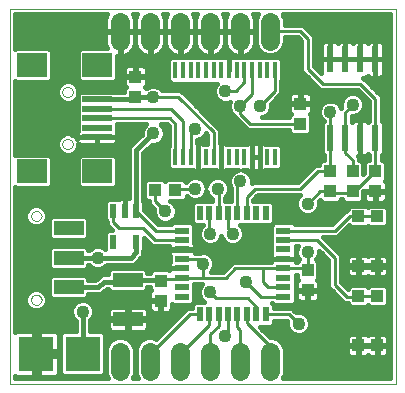
<source format=gtl>
G75*
G70*
%OFA0B0*%
%FSLAX24Y24*%
%IPPOS*%
%LPD*%
%AMOC8*
5,1,8,0,0,1.08239X$1,22.5*
%
%ADD10C,0.0000*%
%ADD11R,0.0137X0.0550*%
%ADD12R,0.0984X0.0197*%
%ADD13R,0.0984X0.0787*%
%ADD14R,0.0500X0.0220*%
%ADD15R,0.0220X0.0500*%
%ADD16R,0.0217X0.0472*%
%ADD17C,0.0640*%
%ADD18R,0.0394X0.0433*%
%ADD19R,0.0984X0.0472*%
%ADD20R,0.0433X0.0394*%
%ADD21R,0.0236X0.0866*%
%ADD22R,0.0394X0.0394*%
%ADD23R,0.1181X0.1181*%
%ADD24C,0.0100*%
%ADD25C,0.0436*%
%ADD26C,0.0160*%
%ADD27C,0.0440*%
D10*
X000723Y000752D02*
X000723Y013248D01*
X013593Y013248D01*
X013593Y000752D01*
X000723Y000752D01*
X001431Y003553D02*
X001465Y003657D01*
X001553Y003721D01*
X001663Y003721D01*
X001751Y003657D01*
X001785Y003553D01*
X001751Y003449D01*
X001663Y003385D01*
X001553Y003385D01*
X001465Y003449D01*
X001431Y003553D01*
X001431Y006348D02*
X001465Y006452D01*
X001553Y006516D01*
X001663Y006516D01*
X001751Y006452D01*
X001785Y006348D01*
X001751Y006244D01*
X001663Y006180D01*
X001553Y006180D01*
X001465Y006244D01*
X001431Y006348D01*
X002481Y008734D02*
X002515Y008838D01*
X002603Y008902D01*
X002713Y008902D01*
X002801Y008838D01*
X002835Y008734D01*
X002801Y008630D01*
X002713Y008566D01*
X002603Y008566D01*
X002515Y008630D01*
X002481Y008734D01*
X002481Y010466D02*
X002515Y010570D01*
X002603Y010634D01*
X002713Y010634D01*
X002801Y010570D01*
X002835Y010466D01*
X002801Y010362D01*
X002713Y010298D01*
X002603Y010298D01*
X002515Y010362D01*
X002481Y010466D01*
D11*
X006244Y011190D03*
X006500Y011190D03*
X006756Y011190D03*
X007012Y011190D03*
X007268Y011190D03*
X007524Y011190D03*
X007780Y011190D03*
X008036Y011190D03*
X008292Y011190D03*
X008548Y011190D03*
X008803Y011190D03*
X009059Y011190D03*
X009315Y011190D03*
X009571Y011190D03*
X009571Y008311D03*
X009315Y008311D03*
X009059Y008311D03*
X008803Y008311D03*
X008548Y008311D03*
X008292Y008311D03*
X008036Y008311D03*
X007780Y008311D03*
X007524Y008311D03*
X007268Y008311D03*
X007012Y008311D03*
X006756Y008311D03*
X006500Y008311D03*
X006244Y008311D03*
D12*
X003642Y008970D03*
X003642Y009285D03*
X003642Y009600D03*
X003642Y009915D03*
X003642Y010230D03*
D13*
X003642Y011372D03*
X001477Y011372D03*
X001477Y007829D03*
X003642Y007829D03*
D14*
X006468Y005853D03*
X006468Y005538D03*
X006468Y005223D03*
X006468Y004908D03*
X006468Y004593D03*
X006468Y004278D03*
X006468Y003963D03*
X006468Y003648D03*
X009848Y003648D03*
X009848Y003963D03*
X009848Y004278D03*
X009848Y004593D03*
X009848Y004908D03*
X009848Y005223D03*
X009848Y005538D03*
X009848Y005853D03*
D15*
X009260Y006440D03*
X008945Y006440D03*
X008630Y006440D03*
X008315Y006440D03*
X008000Y006440D03*
X007685Y006440D03*
X007370Y006440D03*
X007055Y006440D03*
X007055Y003060D03*
X007370Y003060D03*
X007685Y003060D03*
X008000Y003060D03*
X008315Y003060D03*
X008630Y003060D03*
X008945Y003060D03*
X009260Y003060D03*
D16*
X004932Y005488D03*
X004184Y005488D03*
X004184Y006512D03*
X004558Y006512D03*
X004932Y006512D03*
D17*
X005408Y001820D02*
X005408Y001180D01*
X006408Y001180D02*
X006408Y001820D01*
X007408Y001820D02*
X007408Y001180D01*
X008408Y001180D02*
X008408Y001820D01*
X009408Y001820D02*
X009408Y001180D01*
X004408Y001180D02*
X004408Y001820D01*
X004408Y012180D02*
X004408Y012820D01*
X005408Y012820D02*
X005408Y012180D01*
X006408Y012180D02*
X006408Y012820D01*
X007408Y012820D02*
X007408Y012180D01*
X008408Y012180D02*
X008408Y012820D01*
X009408Y012820D02*
X009408Y012180D01*
D18*
X010408Y010085D03*
X010408Y009416D03*
X011408Y007835D03*
X011408Y007166D03*
X012158Y007166D03*
X012158Y007835D03*
X012908Y007835D03*
X012908Y007166D03*
X010658Y004535D03*
X010658Y003866D03*
X005758Y004185D03*
X005758Y003516D03*
X004908Y010316D03*
X004908Y010985D03*
D19*
X002690Y005934D03*
X002690Y004950D03*
X002690Y003966D03*
X004658Y004200D03*
X004658Y002901D03*
D20*
X005573Y007200D03*
X006242Y007200D03*
D21*
X011408Y008939D03*
X011908Y008939D03*
X012408Y008939D03*
X012908Y008939D03*
X012908Y011561D03*
X012408Y011561D03*
X011908Y011561D03*
X011408Y011561D03*
D22*
X012343Y006327D03*
X012973Y006327D03*
X012973Y004673D03*
X012343Y004673D03*
X012343Y003677D03*
X012973Y003677D03*
X012973Y002023D03*
X012343Y002023D03*
D23*
X003158Y001750D03*
X001608Y001750D03*
D24*
X005408Y001750D02*
X005408Y001500D01*
X005408Y001750D02*
X006718Y003060D01*
X007055Y003060D01*
X007370Y003060D02*
X007370Y002713D01*
X006408Y001750D01*
X006408Y001500D01*
X007408Y001500D02*
X007408Y002400D01*
X007685Y002678D01*
X007685Y003060D01*
X008000Y003060D02*
X008000Y002458D01*
X007908Y002350D01*
X008315Y002643D02*
X008408Y002550D01*
X008408Y001500D01*
X009408Y001500D02*
X009408Y002000D01*
X008630Y002778D01*
X008630Y003060D01*
X008315Y003060D02*
X008315Y002643D01*
X008945Y003060D02*
X008945Y003313D01*
X008658Y003600D01*
X007608Y003600D01*
X007408Y003800D01*
X007158Y004278D02*
X007158Y004750D01*
X007000Y004908D01*
X006468Y004908D01*
X006468Y005538D02*
X006455Y005550D01*
X005558Y005550D01*
X005158Y005950D01*
X004358Y005950D01*
X004184Y006124D01*
X004184Y006512D01*
X004932Y006512D02*
X005591Y005853D01*
X006468Y005853D01*
X005908Y006500D02*
X005573Y006835D01*
X005573Y007200D01*
X006158Y007250D02*
X006908Y007250D01*
X006242Y007200D02*
X006208Y007200D01*
X006158Y007250D01*
X006244Y008311D02*
X006244Y009414D01*
X006058Y009600D01*
X003642Y009600D01*
X003642Y009915D02*
X006093Y009915D01*
X006500Y009508D01*
X006500Y008311D01*
X006756Y008311D02*
X006756Y009099D01*
X006908Y009250D01*
X007524Y009134D02*
X006342Y010316D01*
X005423Y010316D01*
X005392Y010316D02*
X005508Y010300D01*
X005496Y010293D01*
X005483Y010290D01*
X005469Y010289D01*
X005455Y010292D01*
X005443Y010297D01*
X005432Y010305D01*
X005423Y010315D01*
X004908Y010316D02*
X004908Y010300D01*
X004838Y010230D01*
X007524Y009134D02*
X007524Y008311D01*
X008408Y007500D02*
X008315Y007408D01*
X008315Y006440D01*
X008000Y006440D02*
X008000Y005908D01*
X008158Y005750D01*
X008630Y006440D02*
X008630Y006973D01*
X008908Y007250D01*
X010408Y007250D01*
X010992Y007835D01*
X011408Y007835D01*
X011408Y008939D01*
X011408Y009810D01*
X011908Y009800D02*
X012158Y010050D01*
X011908Y009800D02*
X011908Y008939D01*
X011908Y008450D01*
X012158Y008200D01*
X012158Y007835D01*
X012158Y007166D02*
X012158Y007100D01*
X011458Y007100D01*
X011408Y007150D01*
X011408Y007166D01*
X011073Y007166D01*
X010658Y006750D01*
X009848Y005853D02*
X011560Y005853D01*
X012058Y006350D01*
X012358Y006350D01*
X012343Y006335D01*
X012343Y006327D01*
X012881Y006327D01*
X012958Y006250D01*
X012973Y006265D01*
X012973Y006327D01*
X012158Y007100D02*
X012858Y007800D01*
X012908Y007800D01*
X012908Y007835D01*
X012908Y008939D01*
X012908Y010250D01*
X012408Y010750D01*
X011158Y010750D01*
X010658Y011250D01*
X010658Y012250D01*
X010408Y012500D01*
X009408Y012500D01*
X009571Y011190D02*
X009571Y010514D01*
X009058Y010000D01*
X008803Y010396D02*
X008408Y010000D01*
X008408Y009750D01*
X008742Y009416D01*
X010408Y009416D01*
X008803Y010396D02*
X008803Y011190D01*
X008548Y011190D02*
X008548Y010790D01*
X008258Y010500D01*
X007908Y010500D01*
X007658Y007250D02*
X007685Y007223D01*
X007685Y006440D01*
X007370Y006440D02*
X007370Y005788D01*
X007408Y005750D01*
X008250Y004593D02*
X007935Y004278D01*
X007158Y004278D01*
X006468Y004278D01*
X006440Y004250D01*
X005758Y004250D01*
X005758Y004185D01*
X008250Y004593D02*
X009158Y004593D01*
X009158Y004150D01*
X009345Y003963D01*
X009848Y003963D01*
X009848Y003648D02*
X009110Y003648D01*
X008608Y004150D01*
X009158Y004593D02*
X009848Y004593D01*
X010500Y004593D01*
X010658Y004550D01*
X010658Y005150D01*
X010970Y005538D02*
X011558Y004950D01*
X011558Y004050D01*
X011958Y003650D01*
X012358Y003650D01*
X012343Y003665D01*
X012343Y003677D01*
X012931Y003677D01*
X012958Y003650D01*
X012973Y003665D01*
X012973Y003677D01*
X010970Y005538D02*
X009848Y005538D01*
X010658Y004550D02*
X010658Y004535D01*
X010048Y003060D02*
X009260Y003060D01*
X010048Y003060D02*
X010358Y002750D01*
D25*
X010358Y002750D03*
X008608Y004150D03*
X007408Y003800D03*
X007158Y004750D03*
X007408Y005750D03*
X008158Y005750D03*
X007658Y007250D03*
X006908Y007250D03*
X005908Y006500D03*
X003658Y004950D03*
X003158Y003150D03*
X007908Y002350D03*
X010658Y005150D03*
X010658Y006750D03*
X008408Y007500D03*
X006908Y009250D03*
X007908Y010500D03*
X008408Y010000D03*
X005508Y010300D03*
X005508Y009100D03*
X011408Y009810D03*
X012158Y010050D03*
D26*
X012419Y010324D02*
X012537Y010324D01*
X012478Y010264D02*
X012372Y010371D01*
X012233Y010428D01*
X012083Y010428D01*
X011944Y010371D01*
X011837Y010264D01*
X011780Y010125D01*
X011780Y009975D01*
X011781Y009971D01*
X011760Y009949D01*
X011728Y010024D01*
X011622Y010131D01*
X011483Y010188D01*
X011333Y010188D01*
X011194Y010131D01*
X011087Y010024D01*
X011030Y009885D01*
X011030Y009735D01*
X011087Y009596D01*
X011187Y009496D01*
X011130Y009439D01*
X011130Y008440D01*
X011198Y008372D01*
X011198Y008211D01*
X011145Y008211D01*
X011051Y008118D01*
X011051Y008045D01*
X010905Y008045D01*
X010321Y007460D01*
X008821Y007460D01*
X008786Y007425D01*
X008786Y007575D01*
X008728Y007714D01*
X008622Y007821D01*
X008489Y007876D01*
X008640Y007876D01*
X008660Y007856D01*
X008803Y007856D01*
X008803Y008310D01*
X008804Y008310D01*
X008804Y007856D01*
X008946Y007856D01*
X009059Y007856D01*
X009059Y008310D01*
X009060Y008310D01*
X009060Y007856D01*
X009202Y007856D01*
X009222Y007876D01*
X009450Y007876D01*
X009706Y007876D01*
X009800Y007970D01*
X009800Y008652D01*
X009706Y008746D01*
X009450Y008746D01*
X009222Y008746D01*
X009202Y008766D01*
X009060Y008766D01*
X009060Y008311D01*
X009059Y008311D01*
X009059Y008311D01*
X009052Y008311D01*
X008804Y008311D01*
X008804Y008311D01*
X009052Y008311D01*
X009059Y008311D01*
X009059Y008766D01*
X008946Y008766D01*
X008804Y008766D01*
X008804Y008311D01*
X008803Y008311D01*
X008803Y008766D01*
X008660Y008766D01*
X008640Y008746D01*
X008426Y008746D01*
X008171Y008746D01*
X007943Y008746D01*
X007923Y008766D01*
X007780Y008766D01*
X007780Y008311D01*
X007780Y008311D01*
X007780Y008766D01*
X007734Y008766D01*
X007734Y009047D01*
X007734Y009221D01*
X006552Y010403D01*
X006429Y010526D01*
X005817Y010526D01*
X005722Y010621D01*
X005583Y010678D01*
X005433Y010678D01*
X005294Y010621D01*
X005265Y010592D01*
X005265Y010598D01*
X005227Y010636D01*
X005285Y010694D01*
X005285Y010966D01*
X004926Y010966D01*
X004926Y011003D01*
X005285Y011003D01*
X005285Y011276D01*
X005179Y011381D01*
X004926Y011381D01*
X004926Y011004D01*
X004889Y011004D01*
X004889Y011381D01*
X004636Y011381D01*
X004531Y011276D01*
X004531Y011003D01*
X004889Y011003D01*
X004889Y010966D01*
X004531Y010966D01*
X004531Y010694D01*
X004589Y010636D01*
X004551Y010598D01*
X004551Y010470D01*
X004219Y010470D01*
X004200Y010489D01*
X003084Y010489D01*
X003015Y010420D01*
X003015Y010537D01*
X002961Y010669D01*
X002860Y010769D01*
X002729Y010824D01*
X002587Y010824D01*
X002455Y010769D01*
X002355Y010669D01*
X002301Y010537D01*
X002301Y010395D01*
X002355Y010264D01*
X002455Y010164D01*
X002587Y010109D01*
X002729Y010109D01*
X002860Y010164D01*
X002961Y010264D01*
X002990Y010335D01*
X002990Y010065D01*
X002990Y009750D01*
X002990Y009450D01*
X002990Y009163D01*
X002970Y009143D01*
X002970Y008970D01*
X002970Y008914D01*
X002961Y008936D01*
X002860Y009037D01*
X002729Y009091D01*
X002587Y009091D01*
X002455Y009037D01*
X002355Y008936D01*
X002301Y008805D01*
X002301Y008663D01*
X002355Y008532D01*
X002455Y008431D01*
X002587Y008377D01*
X002729Y008377D01*
X002860Y008431D01*
X002961Y008532D01*
X003015Y008663D01*
X003015Y008752D01*
X003075Y008692D01*
X003642Y008692D01*
X004209Y008692D01*
X004314Y008797D01*
X004314Y008970D01*
X003642Y008970D01*
X003642Y008692D01*
X003642Y008970D01*
X003642Y008970D01*
X002970Y008970D01*
X003642Y008970D01*
X003642Y008970D01*
X003642Y008970D01*
X004314Y008970D01*
X004314Y009143D01*
X004294Y009163D01*
X004294Y009390D01*
X005263Y009390D01*
X005187Y009314D01*
X005130Y009175D01*
X005130Y009062D01*
X004728Y008660D01*
X004692Y008572D01*
X004692Y008476D01*
X004692Y006928D01*
X004558Y006928D01*
X004558Y006512D01*
X004558Y006512D01*
X004558Y006928D01*
X004375Y006928D01*
X004355Y006908D01*
X004009Y006908D01*
X003916Y006815D01*
X003916Y006210D01*
X003974Y006151D01*
X003974Y006037D01*
X004126Y005885D01*
X003343Y005885D01*
X003343Y006043D02*
X003974Y006043D01*
X004009Y005885D02*
X003916Y005791D01*
X003916Y005227D01*
X003872Y005271D01*
X003733Y005328D01*
X003583Y005328D01*
X003444Y005271D01*
X003363Y005190D01*
X003343Y005190D01*
X003343Y005253D01*
X003249Y005346D01*
X002132Y005346D01*
X002038Y005253D01*
X002038Y004648D01*
X002132Y004554D01*
X003249Y004554D01*
X003343Y004648D01*
X003343Y004710D01*
X003363Y004710D01*
X003444Y004630D01*
X003583Y004572D01*
X003733Y004572D01*
X003872Y004630D01*
X003953Y004710D01*
X004710Y004710D01*
X004806Y004710D01*
X004894Y004747D01*
X005135Y004988D01*
X005172Y005076D01*
X005172Y005158D01*
X005200Y005186D01*
X005200Y005611D01*
X005348Y005463D01*
X005471Y005340D01*
X006038Y005340D01*
X006038Y005223D01*
X006467Y005223D01*
X006467Y005222D01*
X006038Y005222D01*
X006038Y005038D01*
X006058Y005018D01*
X006058Y004797D01*
X006038Y004777D01*
X006038Y004593D01*
X006467Y004593D01*
X006467Y004593D01*
X006038Y004593D01*
X006038Y004544D01*
X006021Y004561D01*
X005495Y004561D01*
X005401Y004468D01*
X005401Y004440D01*
X005310Y004440D01*
X005310Y004502D01*
X005216Y004596D01*
X004099Y004596D01*
X004006Y004502D01*
X004006Y004390D01*
X003810Y004390D01*
X003722Y004354D01*
X003654Y004286D01*
X003574Y004206D01*
X003343Y004206D01*
X003343Y004268D01*
X003249Y004362D01*
X002132Y004362D01*
X002038Y004268D01*
X002038Y003663D01*
X002132Y003570D01*
X003249Y003570D01*
X003343Y003663D01*
X003343Y003726D01*
X003626Y003726D01*
X003721Y003726D01*
X003809Y003763D01*
X003957Y003910D01*
X004006Y003910D01*
X004006Y003897D01*
X004099Y003804D01*
X005216Y003804D01*
X005310Y003897D01*
X005310Y003960D01*
X005401Y003960D01*
X005401Y003902D01*
X005439Y003864D01*
X005381Y003807D01*
X005381Y003534D01*
X005739Y003534D01*
X005739Y003497D01*
X005381Y003497D01*
X005381Y003224D01*
X005486Y003119D01*
X005739Y003119D01*
X005739Y003497D01*
X005776Y003497D01*
X005776Y003119D01*
X006029Y003119D01*
X006135Y003224D01*
X006135Y003395D01*
X006151Y003378D01*
X006784Y003378D01*
X006878Y003472D01*
X006878Y003824D01*
X006878Y004068D01*
X007141Y004068D01*
X007087Y004014D01*
X007030Y003875D01*
X007030Y003725D01*
X007087Y003586D01*
X007194Y003480D01*
X007217Y003470D01*
X007194Y003470D01*
X006879Y003470D01*
X006785Y003376D01*
X006785Y003270D01*
X006631Y003270D01*
X005615Y002254D01*
X005503Y002300D01*
X005312Y002300D01*
X005136Y002227D01*
X005001Y002092D01*
X004928Y001916D01*
X004928Y001085D01*
X004991Y000932D01*
X004825Y000932D01*
X004888Y001085D01*
X004888Y001916D01*
X004815Y002092D01*
X004680Y002227D01*
X004503Y002300D01*
X004312Y002300D01*
X004136Y002227D01*
X004001Y002092D01*
X003928Y001916D01*
X003928Y001085D01*
X003991Y000932D01*
X000903Y000932D01*
X000903Y001020D01*
X000943Y000980D01*
X001528Y000980D01*
X001528Y001670D01*
X001688Y001670D01*
X001688Y001830D01*
X002378Y001830D01*
X002378Y002415D01*
X002273Y002521D01*
X001688Y002521D01*
X001688Y001830D01*
X001528Y001830D01*
X001528Y002521D01*
X000943Y002521D01*
X000903Y002481D01*
X000903Y007290D01*
X000918Y007275D01*
X002035Y007275D01*
X002129Y007369D01*
X002129Y008289D01*
X002035Y008382D01*
X000918Y008382D01*
X000903Y008367D01*
X000903Y010834D01*
X000918Y010818D01*
X002035Y010818D01*
X002129Y010912D01*
X002129Y011832D01*
X002035Y011926D01*
X000918Y011926D01*
X000903Y011910D01*
X000903Y013068D01*
X003969Y013068D01*
X003908Y012920D01*
X003908Y012520D01*
X004388Y012520D01*
X004388Y012480D01*
X004428Y012480D01*
X004428Y012520D01*
X004908Y012520D01*
X005388Y012520D01*
X005388Y012480D01*
X005428Y012480D01*
X005428Y012520D01*
X005908Y012520D01*
X006388Y012520D01*
X006388Y012480D01*
X006428Y012480D01*
X006428Y012520D01*
X006908Y012520D01*
X007388Y012520D01*
X007388Y012480D01*
X007428Y012480D01*
X007428Y012520D01*
X007908Y012520D01*
X008388Y012520D01*
X008388Y012480D01*
X008428Y012480D01*
X008428Y012520D01*
X008908Y012520D01*
X008908Y012920D01*
X008846Y013068D01*
X008991Y013068D01*
X008928Y012916D01*
X008928Y012085D01*
X009001Y011908D01*
X009136Y011773D01*
X009312Y011700D01*
X009503Y011700D01*
X009680Y011773D01*
X009815Y011908D01*
X009888Y012085D01*
X009888Y012290D01*
X010321Y012290D01*
X010448Y012163D01*
X010448Y011163D01*
X010571Y011040D01*
X011071Y010540D01*
X011245Y010540D01*
X012321Y010540D01*
X012698Y010163D01*
X012698Y009507D01*
X012672Y009481D01*
X012600Y009552D01*
X012408Y009552D01*
X012408Y008940D01*
X012408Y008940D01*
X012408Y009552D01*
X012215Y009552D01*
X012144Y009481D01*
X012118Y009507D01*
X012118Y009672D01*
X012233Y009672D01*
X012372Y009730D01*
X012478Y009836D01*
X012536Y009975D01*
X012536Y010125D01*
X012478Y010264D01*
X012519Y010165D02*
X012696Y010165D01*
X012698Y010007D02*
X012536Y010007D01*
X012483Y009848D02*
X012698Y009848D01*
X012698Y009690D02*
X012275Y009690D01*
X012194Y009531D02*
X012118Y009531D01*
X012408Y009531D02*
X012408Y009531D01*
X012408Y009373D02*
X012408Y009373D01*
X012408Y009214D02*
X012408Y009214D01*
X012408Y009056D02*
X012408Y009056D01*
X012408Y008939D02*
X012408Y008326D01*
X012600Y008326D01*
X012672Y008398D01*
X012698Y008372D01*
X012698Y008211D01*
X012645Y008211D01*
X012551Y008118D01*
X012551Y007790D01*
X012515Y007754D01*
X012515Y008118D01*
X012421Y008211D01*
X012368Y008211D01*
X012368Y008287D01*
X012329Y008326D01*
X012408Y008326D01*
X012408Y008939D01*
X012408Y008939D01*
X012408Y008897D02*
X012408Y008897D01*
X012408Y008738D02*
X012408Y008738D01*
X012408Y008580D02*
X012408Y008580D01*
X012408Y008421D02*
X012408Y008421D01*
X012368Y008263D02*
X012698Y008263D01*
X012551Y008104D02*
X012515Y008104D01*
X012515Y007946D02*
X012551Y007946D01*
X012548Y007787D02*
X012515Y007787D01*
X012539Y007184D02*
X012889Y007184D01*
X012889Y007147D01*
X012531Y007147D01*
X012531Y006874D01*
X012636Y006769D01*
X012889Y006769D01*
X012889Y007147D01*
X012926Y007147D01*
X012926Y006769D01*
X013179Y006769D01*
X013285Y006874D01*
X013285Y007147D01*
X012926Y007147D01*
X012926Y007184D01*
X013285Y007184D01*
X013285Y007457D01*
X013227Y007514D01*
X013265Y007552D01*
X013265Y008118D01*
X013171Y008211D01*
X013118Y008211D01*
X013118Y008372D01*
X013186Y008440D01*
X013186Y009439D01*
X013118Y009507D01*
X013118Y010337D01*
X012995Y010460D01*
X012995Y010460D01*
X012618Y010837D01*
X012507Y010948D01*
X012600Y010948D01*
X012658Y011006D01*
X012715Y010948D01*
X012908Y010948D01*
X013100Y010948D01*
X013206Y011054D01*
X013206Y011561D01*
X012908Y011561D01*
X012908Y010948D01*
X012908Y011561D01*
X012908Y011561D01*
X012908Y011561D01*
X013206Y011561D01*
X013206Y012069D01*
X013100Y012174D01*
X012908Y012174D01*
X012908Y011562D01*
X012908Y011562D01*
X012908Y012174D01*
X012715Y012174D01*
X012658Y012117D01*
X012600Y012174D01*
X012408Y012174D01*
X012408Y011562D01*
X012408Y011562D01*
X012408Y012174D01*
X012215Y012174D01*
X012158Y012117D01*
X012100Y012174D01*
X011908Y012174D01*
X011908Y011562D01*
X011908Y011562D01*
X011908Y012174D01*
X011715Y012174D01*
X011658Y012117D01*
X011600Y012174D01*
X011408Y012174D01*
X011408Y011562D01*
X011408Y011562D01*
X011408Y012174D01*
X011215Y012174D01*
X011110Y012069D01*
X011110Y011561D01*
X011110Y011095D01*
X010868Y011337D01*
X010868Y012163D01*
X010868Y012337D01*
X010618Y012587D01*
X010495Y012710D01*
X009888Y012710D01*
X009888Y012916D01*
X009825Y013068D01*
X013413Y013068D01*
X013413Y000932D01*
X009825Y000932D01*
X009888Y001085D01*
X009888Y001916D01*
X009815Y002092D01*
X009680Y002227D01*
X009503Y002300D01*
X009405Y002300D01*
X009055Y002650D01*
X009084Y002650D01*
X009436Y002650D01*
X009530Y002744D01*
X009530Y002850D01*
X009961Y002850D01*
X009981Y002830D01*
X009980Y002825D01*
X009980Y002675D01*
X010037Y002536D01*
X010144Y002430D01*
X010283Y002372D01*
X010433Y002372D01*
X010572Y002430D01*
X010678Y002536D01*
X010736Y002675D01*
X010736Y002825D01*
X010678Y002964D01*
X010572Y003071D01*
X010433Y003128D01*
X010283Y003128D01*
X010278Y003127D01*
X010135Y003270D01*
X009961Y003270D01*
X009530Y003270D01*
X009530Y003376D01*
X009469Y003438D01*
X009471Y003438D01*
X009531Y003378D01*
X010164Y003378D01*
X010258Y003472D01*
X010258Y003787D01*
X010258Y004101D01*
X010258Y004383D01*
X010301Y004383D01*
X010301Y004252D01*
X010339Y004214D01*
X010281Y004157D01*
X010281Y003884D01*
X010639Y003884D01*
X010639Y003847D01*
X010281Y003847D01*
X010281Y003574D01*
X010386Y003469D01*
X010639Y003469D01*
X010639Y003847D01*
X010676Y003847D01*
X010676Y003469D01*
X010929Y003469D01*
X011035Y003574D01*
X011035Y003847D01*
X010676Y003847D01*
X010676Y003884D01*
X011035Y003884D01*
X011035Y004157D01*
X010977Y004214D01*
X011015Y004252D01*
X011015Y004818D01*
X010937Y004895D01*
X010978Y004936D01*
X011036Y005075D01*
X011036Y005175D01*
X011348Y004863D01*
X011348Y004137D01*
X011348Y003963D01*
X011871Y003440D01*
X011986Y003440D01*
X011986Y003414D01*
X012080Y003320D01*
X012606Y003320D01*
X012658Y003372D01*
X012710Y003320D01*
X013236Y003320D01*
X013330Y003414D01*
X013330Y003940D01*
X013236Y004034D01*
X012710Y004034D01*
X012658Y003982D01*
X012658Y003982D01*
X012606Y004034D01*
X012080Y004034D01*
X011986Y003940D01*
X011986Y003919D01*
X011768Y004137D01*
X011768Y005037D01*
X011645Y005160D01*
X011162Y005643D01*
X011473Y005643D01*
X011647Y005643D01*
X012027Y006023D01*
X012080Y005970D01*
X012606Y005970D01*
X012658Y006022D01*
X012710Y005970D01*
X013236Y005970D01*
X013330Y006064D01*
X013330Y006590D01*
X013236Y006684D01*
X012710Y006684D01*
X012658Y006632D01*
X012606Y006684D01*
X012080Y006684D01*
X011986Y006590D01*
X011986Y006560D01*
X011971Y006560D01*
X011848Y006437D01*
X011473Y006063D01*
X010224Y006063D01*
X010164Y006123D01*
X009531Y006123D01*
X009438Y006029D01*
X009438Y005676D01*
X009438Y005361D01*
X009438Y005112D01*
X009418Y005092D01*
X007321Y005092D01*
X007372Y005071D02*
X007233Y005128D01*
X007083Y005128D01*
X007057Y005118D01*
X006913Y005118D01*
X006898Y005118D01*
X006898Y005222D01*
X006468Y005222D01*
X006468Y005223D01*
X006898Y005223D01*
X006898Y005407D01*
X006878Y005427D01*
X006878Y005714D01*
X006878Y006029D01*
X006784Y006123D01*
X006151Y006123D01*
X006091Y006063D01*
X005678Y006063D01*
X005200Y006541D01*
X005200Y006815D01*
X005172Y006843D01*
X005172Y008425D01*
X005469Y008722D01*
X005583Y008722D01*
X005722Y008780D01*
X005828Y008886D01*
X005886Y009025D01*
X005886Y009175D01*
X005828Y009314D01*
X005752Y009390D01*
X005971Y009390D01*
X006034Y009327D01*
X006034Y008671D01*
X006016Y008652D01*
X006016Y007970D01*
X006110Y007876D01*
X006379Y007876D01*
X006635Y007876D01*
X006849Y007876D01*
X006869Y007856D01*
X007012Y007856D01*
X007012Y008310D01*
X007012Y008310D01*
X007012Y007856D01*
X007155Y007856D01*
X007175Y007876D01*
X007403Y007876D01*
X007617Y007876D01*
X007637Y007856D01*
X007780Y007856D01*
X007923Y007856D01*
X007943Y007876D01*
X008171Y007876D01*
X008327Y007876D01*
X008194Y007821D01*
X008087Y007714D01*
X008030Y007575D01*
X008030Y007425D01*
X008087Y007286D01*
X008105Y007268D01*
X008105Y006850D01*
X007895Y006850D01*
X007895Y006953D01*
X007978Y007036D01*
X008036Y007175D01*
X008036Y007325D01*
X007978Y007464D01*
X007872Y007571D01*
X007733Y007628D01*
X007583Y007628D01*
X007444Y007571D01*
X007337Y007464D01*
X007283Y007333D01*
X007228Y007464D01*
X007122Y007571D01*
X006983Y007628D01*
X006833Y007628D01*
X006694Y007571D01*
X006603Y007480D01*
X006525Y007557D01*
X005960Y007557D01*
X005908Y007505D01*
X005856Y007557D01*
X005290Y007557D01*
X005197Y007463D01*
X005197Y006937D01*
X005290Y006843D01*
X005363Y006843D01*
X005363Y006748D01*
X005531Y006580D01*
X005530Y006575D01*
X005530Y006425D01*
X005587Y006286D01*
X005694Y006180D01*
X005833Y006122D01*
X005983Y006122D01*
X006122Y006180D01*
X006228Y006286D01*
X006286Y006425D01*
X006286Y006575D01*
X006228Y006714D01*
X006122Y006821D01*
X006067Y006843D01*
X006525Y006843D01*
X006619Y006937D01*
X006619Y007004D01*
X006694Y006930D01*
X006833Y006872D01*
X006983Y006872D01*
X007122Y006930D01*
X007228Y007036D01*
X007283Y007168D01*
X007337Y007036D01*
X007444Y006930D01*
X007475Y006917D01*
X007475Y006850D01*
X007232Y006850D01*
X006879Y006850D01*
X006785Y006756D01*
X006785Y006124D01*
X006879Y006030D01*
X007153Y006030D01*
X007087Y005964D01*
X007030Y005825D01*
X007030Y005675D01*
X007087Y005536D01*
X007194Y005430D01*
X007333Y005372D01*
X007483Y005372D01*
X007622Y005430D01*
X007728Y005536D01*
X007783Y005668D01*
X007837Y005536D01*
X007944Y005430D01*
X008083Y005372D01*
X008233Y005372D01*
X008372Y005430D01*
X008478Y005536D01*
X008536Y005675D01*
X008536Y005825D01*
X008478Y005964D01*
X008412Y006030D01*
X008492Y006030D01*
X008806Y006030D01*
X009121Y006030D01*
X009436Y006030D01*
X009530Y006124D01*
X009530Y006756D01*
X009436Y006850D01*
X009121Y006850D01*
X008840Y006850D01*
X008840Y006886D01*
X008995Y007040D01*
X010321Y007040D01*
X010413Y007040D01*
X010337Y006964D01*
X010280Y006825D01*
X010280Y006675D01*
X010337Y006536D01*
X010444Y006430D01*
X010583Y006372D01*
X010733Y006372D01*
X010872Y006430D01*
X010978Y006536D01*
X011036Y006675D01*
X011036Y006825D01*
X011034Y006830D01*
X011069Y006865D01*
X011145Y006789D01*
X011671Y006789D01*
X011765Y006883D01*
X011765Y006890D01*
X011801Y006890D01*
X011801Y006883D01*
X011895Y006789D01*
X012421Y006789D01*
X012515Y006883D01*
X012515Y007160D01*
X012539Y007184D01*
X012515Y007153D02*
X012889Y007153D01*
X012926Y007153D02*
X013413Y007153D01*
X013413Y007312D02*
X013285Y007312D01*
X013271Y007470D02*
X013413Y007470D01*
X013413Y007629D02*
X013265Y007629D01*
X013265Y007787D02*
X013413Y007787D01*
X013413Y007946D02*
X013265Y007946D01*
X013265Y008104D02*
X013413Y008104D01*
X013413Y008263D02*
X013118Y008263D01*
X013167Y008421D02*
X013413Y008421D01*
X013413Y008580D02*
X013186Y008580D01*
X013186Y008738D02*
X013413Y008738D01*
X013413Y008897D02*
X013186Y008897D01*
X013186Y009056D02*
X013413Y009056D01*
X013413Y009214D02*
X013186Y009214D01*
X013186Y009373D02*
X013413Y009373D01*
X013413Y009531D02*
X013118Y009531D01*
X013118Y009690D02*
X013413Y009690D01*
X013413Y009848D02*
X013118Y009848D01*
X013118Y010007D02*
X013413Y010007D01*
X013413Y010165D02*
X013118Y010165D01*
X013118Y010324D02*
X013413Y010324D01*
X013413Y010482D02*
X012972Y010482D01*
X012814Y010641D02*
X013413Y010641D01*
X013413Y010800D02*
X012655Y010800D01*
X012618Y010837D02*
X012618Y010837D01*
X012610Y010958D02*
X012705Y010958D01*
X012908Y010958D02*
X012908Y010958D01*
X012908Y011117D02*
X012908Y011117D01*
X012908Y011275D02*
X012908Y011275D01*
X012908Y011434D02*
X012908Y011434D01*
X012907Y011561D02*
X012610Y011561D01*
X012408Y011561D01*
X012408Y011561D01*
X012610Y011561D01*
X012907Y011561D01*
X012907Y011561D01*
X012908Y011592D02*
X012908Y011592D01*
X012908Y011751D02*
X012908Y011751D01*
X012908Y011909D02*
X012908Y011909D01*
X012908Y012068D02*
X012908Y012068D01*
X013206Y012068D02*
X013413Y012068D01*
X013413Y012226D02*
X010868Y012226D01*
X010868Y012068D02*
X011110Y012068D01*
X011110Y011909D02*
X010868Y011909D01*
X010868Y011751D02*
X011110Y011751D01*
X011110Y011592D02*
X010868Y011592D01*
X010868Y011434D02*
X011110Y011434D01*
X011110Y011561D02*
X011407Y011561D01*
X011407Y011561D01*
X011110Y011561D01*
X011110Y011275D02*
X010930Y011275D01*
X011088Y011117D02*
X011110Y011117D01*
X010811Y010800D02*
X009781Y010800D01*
X009781Y010830D02*
X009800Y010848D01*
X009800Y011531D01*
X009706Y011625D01*
X009450Y011625D01*
X009194Y011625D01*
X008925Y011625D01*
X008682Y011625D01*
X008426Y011625D01*
X008199Y011625D01*
X008179Y011645D01*
X008036Y011645D01*
X008036Y011190D01*
X008036Y011190D01*
X008036Y011645D01*
X007893Y011645D01*
X007873Y011625D01*
X007659Y011625D01*
X007403Y011625D01*
X007147Y011625D01*
X006891Y011625D01*
X006635Y011625D01*
X006379Y011625D01*
X006110Y011625D01*
X006016Y011531D01*
X006016Y010848D01*
X006110Y010755D01*
X006379Y010755D01*
X006635Y010755D01*
X006891Y010755D01*
X007147Y010755D01*
X007403Y010755D01*
X007627Y010755D01*
X007587Y010714D01*
X007530Y010575D01*
X007530Y010425D01*
X007587Y010286D01*
X007694Y010180D01*
X007833Y010122D01*
X007983Y010122D01*
X008063Y010155D01*
X008030Y010075D01*
X008030Y009925D01*
X008087Y009786D01*
X008194Y009680D01*
X008198Y009678D01*
X008198Y009663D01*
X008321Y009540D01*
X008655Y009206D01*
X008829Y009206D01*
X010051Y009206D01*
X010051Y009133D01*
X010145Y009039D01*
X010671Y009039D01*
X010765Y009133D01*
X010765Y009698D01*
X010727Y009736D01*
X010785Y009794D01*
X010785Y010066D01*
X010426Y010066D01*
X010426Y010103D01*
X010785Y010103D01*
X010785Y010376D01*
X010679Y010481D01*
X010426Y010481D01*
X010426Y010104D01*
X010389Y010104D01*
X010389Y010481D01*
X010136Y010481D01*
X010031Y010376D01*
X010031Y010103D01*
X010389Y010103D01*
X010389Y010066D01*
X010031Y010066D01*
X010031Y009794D01*
X010089Y009736D01*
X010051Y009698D01*
X010051Y009626D01*
X009146Y009626D01*
X009273Y009678D01*
X009380Y009785D01*
X009438Y009925D01*
X009438Y010076D01*
X009436Y010081D01*
X009781Y010427D01*
X009781Y010601D01*
X009781Y010830D01*
X009800Y010958D02*
X010653Y010958D01*
X010494Y011117D02*
X009800Y011117D01*
X009800Y011275D02*
X010448Y011275D01*
X010448Y011434D02*
X009800Y011434D01*
X009738Y011592D02*
X010448Y011592D01*
X010448Y011751D02*
X009625Y011751D01*
X009815Y011909D02*
X010448Y011909D01*
X010448Y012068D02*
X009881Y012068D01*
X009888Y012226D02*
X010385Y012226D01*
X010661Y012544D02*
X013413Y012544D01*
X013413Y012702D02*
X010503Y012702D01*
X010820Y012385D02*
X013413Y012385D01*
X013413Y012861D02*
X009888Y012861D01*
X009845Y013019D02*
X013413Y013019D01*
X012408Y012068D02*
X012408Y012068D01*
X012408Y011909D02*
X012408Y011909D01*
X012408Y011751D02*
X012408Y011751D01*
X012408Y011592D02*
X012408Y011592D01*
X012407Y011561D02*
X012407Y011561D01*
X012206Y011561D01*
X011908Y011561D01*
X011908Y011561D01*
X012206Y011561D01*
X012407Y011561D01*
X011907Y011561D02*
X011706Y011561D01*
X011408Y011561D01*
X011408Y011561D01*
X011706Y011561D01*
X011907Y011561D01*
X011907Y011561D01*
X011908Y011592D02*
X011908Y011592D01*
X011908Y011751D02*
X011908Y011751D01*
X011908Y011909D02*
X011908Y011909D01*
X011908Y012068D02*
X011908Y012068D01*
X011408Y012068D02*
X011408Y012068D01*
X011408Y011909D02*
X011408Y011909D01*
X011408Y011751D02*
X011408Y011751D01*
X011408Y011592D02*
X011408Y011592D01*
X010970Y010641D02*
X009781Y010641D01*
X009781Y010482D02*
X012379Y010482D01*
X011897Y010324D02*
X010785Y010324D01*
X010785Y010165D02*
X011277Y010165D01*
X011080Y010007D02*
X010785Y010007D01*
X010785Y009848D02*
X011030Y009848D01*
X011048Y009690D02*
X010765Y009690D01*
X010765Y009531D02*
X011152Y009531D01*
X011130Y009373D02*
X010765Y009373D01*
X010765Y009214D02*
X011130Y009214D01*
X011130Y009056D02*
X010687Y009056D01*
X011130Y008897D02*
X007734Y008897D01*
X007734Y009056D02*
X010128Y009056D01*
X009713Y008738D02*
X011130Y008738D01*
X011130Y008580D02*
X009800Y008580D01*
X009800Y008421D02*
X011148Y008421D01*
X011198Y008263D02*
X009800Y008263D01*
X009800Y008104D02*
X011051Y008104D01*
X010806Y007946D02*
X009776Y007946D01*
X010331Y007470D02*
X008786Y007470D01*
X008764Y007629D02*
X010489Y007629D01*
X010648Y007787D02*
X008656Y007787D01*
X008803Y007946D02*
X008804Y007946D01*
X008803Y008104D02*
X008804Y008104D01*
X008803Y008263D02*
X008804Y008263D01*
X008803Y008421D02*
X008804Y008421D01*
X008803Y008580D02*
X008804Y008580D01*
X008803Y008738D02*
X008804Y008738D01*
X009059Y008738D02*
X009060Y008738D01*
X009059Y008580D02*
X009060Y008580D01*
X009059Y008421D02*
X009060Y008421D01*
X009059Y008263D02*
X009060Y008263D01*
X009059Y008104D02*
X009060Y008104D01*
X009059Y007946D02*
X009060Y007946D01*
X008160Y007787D02*
X005172Y007787D01*
X005172Y007629D02*
X008052Y007629D01*
X008030Y007470D02*
X007973Y007470D01*
X008036Y007312D02*
X008077Y007312D01*
X008105Y007153D02*
X008027Y007153D01*
X008105Y006994D02*
X007937Y006994D01*
X007379Y006994D02*
X007187Y006994D01*
X007277Y007153D02*
X007289Y007153D01*
X007343Y007470D02*
X007223Y007470D01*
X007012Y007946D02*
X007012Y007946D01*
X007012Y008104D02*
X007012Y008104D01*
X007012Y008263D02*
X007012Y008263D01*
X007012Y008311D02*
X007012Y008766D01*
X006966Y008766D01*
X006966Y008872D01*
X006983Y008872D01*
X007122Y008930D01*
X007228Y009036D01*
X007257Y009104D01*
X007314Y009047D01*
X007314Y008746D01*
X007175Y008746D01*
X007155Y008766D01*
X007012Y008766D01*
X007012Y008311D01*
X007012Y008311D01*
X007012Y008421D02*
X007012Y008421D01*
X007012Y008580D02*
X007012Y008580D01*
X007012Y008738D02*
X007012Y008738D01*
X007043Y008897D02*
X007314Y008897D01*
X007305Y009056D02*
X007236Y009056D01*
X007582Y009373D02*
X008488Y009373D01*
X008647Y009214D02*
X007734Y009214D01*
X007424Y009531D02*
X008330Y009531D01*
X008184Y009690D02*
X007265Y009690D01*
X007107Y009848D02*
X008061Y009848D01*
X008030Y010007D02*
X006948Y010007D01*
X006790Y010165D02*
X007728Y010165D01*
X007572Y010324D02*
X006631Y010324D01*
X006552Y010403D02*
X006552Y010403D01*
X006473Y010482D02*
X007530Y010482D01*
X007557Y010641D02*
X005673Y010641D01*
X005342Y010641D02*
X005232Y010641D01*
X005285Y010800D02*
X006065Y010800D01*
X006016Y010958D02*
X005285Y010958D01*
X005285Y011117D02*
X006016Y011117D01*
X006016Y011275D02*
X005285Y011275D01*
X004926Y011275D02*
X004889Y011275D01*
X004889Y011117D02*
X004926Y011117D01*
X004531Y011117D02*
X004294Y011117D01*
X004294Y011275D02*
X004531Y011275D01*
X004294Y011434D02*
X006016Y011434D01*
X006077Y011592D02*
X004294Y011592D01*
X004308Y011680D02*
X004388Y011680D01*
X004388Y012480D01*
X003908Y012480D01*
X003908Y012081D01*
X003972Y011926D01*
X003084Y011926D01*
X002990Y011832D01*
X002990Y010912D01*
X003084Y010818D01*
X004200Y010818D01*
X004294Y010912D01*
X004294Y011686D01*
X004308Y011680D01*
X004388Y011751D02*
X004428Y011751D01*
X004428Y011680D02*
X004507Y011680D01*
X004691Y011756D01*
X004832Y011897D01*
X004908Y012081D01*
X004984Y011897D01*
X005125Y011756D01*
X005308Y011680D01*
X005388Y011680D01*
X005388Y012480D01*
X004908Y012480D01*
X004908Y012081D01*
X004908Y012480D01*
X004428Y012480D01*
X004428Y011680D01*
X004428Y011909D02*
X004388Y011909D01*
X004388Y012068D02*
X004428Y012068D01*
X004428Y012226D02*
X004388Y012226D01*
X004388Y012385D02*
X004428Y012385D01*
X004837Y011909D02*
X004979Y011909D01*
X004913Y012068D02*
X004902Y012068D01*
X004908Y012226D02*
X004908Y012226D01*
X004908Y012385D02*
X004908Y012385D01*
X004908Y012520D02*
X004908Y012920D01*
X004969Y013068D01*
X004846Y013068D01*
X004908Y012920D01*
X004908Y012520D01*
X004908Y012544D02*
X004908Y012544D01*
X004908Y012702D02*
X004908Y012702D01*
X004908Y012861D02*
X004908Y012861D01*
X004867Y013019D02*
X004949Y013019D01*
X005428Y012480D02*
X005428Y011680D01*
X005507Y011680D01*
X005691Y011756D01*
X005832Y011897D01*
X005908Y012081D01*
X005984Y011897D01*
X006125Y011756D01*
X006308Y011680D01*
X006388Y011680D01*
X006388Y012480D01*
X005908Y012480D01*
X005908Y012081D01*
X005908Y012480D01*
X005428Y012480D01*
X005428Y012385D02*
X005388Y012385D01*
X005388Y012226D02*
X005428Y012226D01*
X005428Y012068D02*
X005388Y012068D01*
X005388Y011909D02*
X005428Y011909D01*
X005428Y011751D02*
X005388Y011751D01*
X005138Y011751D02*
X004678Y011751D01*
X004531Y010958D02*
X004294Y010958D01*
X004531Y010800D02*
X002787Y010800D01*
X002529Y010800D02*
X000903Y010800D01*
X000903Y010641D02*
X002344Y010641D01*
X002301Y010482D02*
X000903Y010482D01*
X000903Y010324D02*
X002330Y010324D01*
X002454Y010165D02*
X000903Y010165D01*
X000903Y010007D02*
X002990Y010007D01*
X002990Y010165D02*
X002862Y010165D01*
X002985Y010324D02*
X002990Y010324D01*
X003015Y010482D02*
X003078Y010482D01*
X002972Y010641D02*
X004584Y010641D01*
X004551Y010482D02*
X004207Y010482D01*
X003642Y010230D02*
X004838Y010230D01*
X004908Y010316D02*
X005392Y010316D01*
X005246Y009373D02*
X004294Y009373D01*
X004294Y009214D02*
X005146Y009214D01*
X005124Y009056D02*
X004314Y009056D01*
X004314Y008897D02*
X004965Y008897D01*
X004807Y008738D02*
X004255Y008738D01*
X004200Y008382D02*
X003084Y008382D01*
X002990Y008289D01*
X002990Y007369D01*
X003084Y007275D01*
X004200Y007275D01*
X004294Y007369D01*
X004294Y008289D01*
X004200Y008382D01*
X004294Y008263D02*
X004692Y008263D01*
X004692Y008421D02*
X002836Y008421D01*
X002980Y008580D02*
X004695Y008580D01*
X004932Y008524D02*
X005508Y009100D01*
X005770Y009373D02*
X005988Y009373D01*
X006034Y009214D02*
X005870Y009214D01*
X005886Y009056D02*
X006034Y009056D01*
X006034Y008897D02*
X005833Y008897D01*
X006034Y008738D02*
X005622Y008738D01*
X005327Y008580D02*
X006016Y008580D01*
X006016Y008421D02*
X005172Y008421D01*
X005172Y008263D02*
X006016Y008263D01*
X006016Y008104D02*
X005172Y008104D01*
X005172Y007946D02*
X006040Y007946D01*
X005203Y007470D02*
X005172Y007470D01*
X005172Y007312D02*
X005197Y007312D01*
X005197Y007153D02*
X005172Y007153D01*
X005172Y006994D02*
X005197Y006994D01*
X005179Y006836D02*
X005363Y006836D01*
X005434Y006677D02*
X005200Y006677D01*
X005222Y006519D02*
X005530Y006519D01*
X005556Y006360D02*
X005381Y006360D01*
X005539Y006202D02*
X005671Y006202D01*
X006144Y006202D02*
X006785Y006202D01*
X006785Y006360D02*
X006259Y006360D01*
X006286Y006519D02*
X006785Y006519D01*
X006785Y006677D02*
X006244Y006677D01*
X006085Y006836D02*
X006865Y006836D01*
X006629Y006994D02*
X006619Y006994D01*
X006863Y006043D02*
X006866Y006043D01*
X006878Y005885D02*
X007054Y005885D01*
X007030Y005726D02*
X006878Y005726D01*
X006878Y005568D02*
X007074Y005568D01*
X007243Y005409D02*
X006896Y005409D01*
X006898Y005251D02*
X009438Y005251D01*
X009438Y005409D02*
X008322Y005409D01*
X008491Y005568D02*
X009438Y005568D01*
X009438Y005726D02*
X008536Y005726D01*
X008511Y005885D02*
X009438Y005885D01*
X009449Y006043D02*
X009452Y006043D01*
X009530Y006202D02*
X011612Y006202D01*
X011771Y006360D02*
X009530Y006360D01*
X009530Y006519D02*
X010354Y006519D01*
X010280Y006677D02*
X009530Y006677D01*
X009451Y006836D02*
X010284Y006836D01*
X010367Y006994D02*
X008949Y006994D01*
X007780Y007856D02*
X007780Y008310D01*
X007780Y008310D01*
X007780Y007856D01*
X007780Y007946D02*
X007780Y007946D01*
X007780Y008104D02*
X007780Y008104D01*
X007780Y008263D02*
X007780Y008263D01*
X007780Y008421D02*
X007780Y008421D01*
X007780Y008580D02*
X007780Y008580D01*
X007780Y008738D02*
X007780Y008738D01*
X009285Y009690D02*
X010051Y009690D01*
X010031Y009848D02*
X009406Y009848D01*
X009438Y010007D02*
X010031Y010007D01*
X010031Y010165D02*
X009520Y010165D01*
X009678Y010324D02*
X010031Y010324D01*
X010389Y010324D02*
X010426Y010324D01*
X010426Y010165D02*
X010389Y010165D01*
X011538Y010165D02*
X011796Y010165D01*
X011780Y010007D02*
X011736Y010007D01*
X012621Y009531D02*
X012698Y009531D01*
X013110Y010958D02*
X013413Y010958D01*
X013413Y011117D02*
X013206Y011117D01*
X013206Y011275D02*
X013413Y011275D01*
X013413Y011434D02*
X013206Y011434D01*
X013206Y011592D02*
X013413Y011592D01*
X013413Y011751D02*
X013206Y011751D01*
X013206Y011909D02*
X013413Y011909D01*
X009190Y011751D02*
X008678Y011751D01*
X008691Y011756D02*
X008832Y011897D01*
X008908Y012081D01*
X008908Y012480D01*
X008428Y012480D01*
X008428Y011680D01*
X008507Y011680D01*
X008691Y011756D01*
X008837Y011909D02*
X009000Y011909D01*
X008935Y012068D02*
X008902Y012068D01*
X008908Y012226D02*
X008928Y012226D01*
X008928Y012385D02*
X008908Y012385D01*
X008908Y012544D02*
X008928Y012544D01*
X008928Y012702D02*
X008908Y012702D01*
X008908Y012861D02*
X008928Y012861D01*
X008971Y013019D02*
X008867Y013019D01*
X008388Y012480D02*
X008388Y011680D01*
X008308Y011680D01*
X008125Y011756D01*
X007984Y011897D01*
X007908Y012081D01*
X007908Y012480D01*
X008388Y012480D01*
X008388Y012385D02*
X008428Y012385D01*
X008428Y012226D02*
X008388Y012226D01*
X008388Y012068D02*
X008428Y012068D01*
X008428Y011909D02*
X008388Y011909D01*
X008388Y011751D02*
X008428Y011751D01*
X008138Y011751D02*
X007678Y011751D01*
X007691Y011756D02*
X007832Y011897D01*
X007908Y012081D01*
X007908Y012480D01*
X007428Y012480D01*
X007428Y011680D01*
X007507Y011680D01*
X007691Y011756D01*
X007428Y011751D02*
X007388Y011751D01*
X007388Y011680D02*
X007388Y012480D01*
X006908Y012480D01*
X006908Y012081D01*
X006984Y011897D01*
X007125Y011756D01*
X007308Y011680D01*
X007388Y011680D01*
X007388Y011909D02*
X007428Y011909D01*
X007428Y012068D02*
X007388Y012068D01*
X007388Y012226D02*
X007428Y012226D01*
X007428Y012385D02*
X007388Y012385D01*
X006908Y012385D02*
X006908Y012385D01*
X006908Y012480D02*
X006428Y012480D01*
X006428Y011680D01*
X006507Y011680D01*
X006691Y011756D01*
X006832Y011897D01*
X006908Y012081D01*
X006908Y012480D01*
X006908Y012520D02*
X006908Y012920D01*
X006969Y013068D01*
X006846Y013068D01*
X006908Y012920D01*
X006908Y012520D01*
X006908Y012544D02*
X006908Y012544D01*
X006908Y012702D02*
X006908Y012702D01*
X006908Y012861D02*
X006908Y012861D01*
X006867Y013019D02*
X006949Y013019D01*
X006428Y012385D02*
X006388Y012385D01*
X006388Y012226D02*
X006428Y012226D01*
X006428Y012068D02*
X006388Y012068D01*
X006388Y011909D02*
X006428Y011909D01*
X006428Y011751D02*
X006388Y011751D01*
X006138Y011751D02*
X005678Y011751D01*
X005837Y011909D02*
X005979Y011909D01*
X005913Y012068D02*
X005902Y012068D01*
X005908Y012226D02*
X005908Y012226D01*
X005908Y012385D02*
X005908Y012385D01*
X005908Y012520D02*
X005908Y012920D01*
X005969Y013068D01*
X005846Y013068D01*
X005908Y012920D01*
X005908Y012520D01*
X005908Y012544D02*
X005908Y012544D01*
X005908Y012702D02*
X005908Y012702D01*
X005908Y012861D02*
X005908Y012861D01*
X005867Y013019D02*
X005949Y013019D01*
X006908Y012226D02*
X006908Y012226D01*
X006902Y012068D02*
X006913Y012068D01*
X006979Y011909D02*
X006837Y011909D01*
X006678Y011751D02*
X007138Y011751D01*
X007837Y011909D02*
X007979Y011909D01*
X007913Y012068D02*
X007902Y012068D01*
X007908Y012226D02*
X007908Y012226D01*
X007908Y012385D02*
X007908Y012385D01*
X007908Y012520D02*
X007908Y012920D01*
X007969Y013068D01*
X007846Y013068D01*
X007908Y012920D01*
X007908Y012520D01*
X007908Y012544D02*
X007908Y012544D01*
X007908Y012702D02*
X007908Y012702D01*
X007908Y012861D02*
X007908Y012861D01*
X007867Y013019D02*
X007949Y013019D01*
X008036Y011592D02*
X008036Y011592D01*
X008036Y011434D02*
X008036Y011434D01*
X008036Y011275D02*
X008036Y011275D01*
X004932Y008524D02*
X004932Y006512D01*
X004558Y006519D02*
X004558Y006519D01*
X004558Y006677D02*
X004558Y006677D01*
X004558Y006836D02*
X004558Y006836D01*
X004692Y006994D02*
X000903Y006994D01*
X000903Y006836D02*
X003937Y006836D01*
X003916Y006677D02*
X001745Y006677D01*
X001810Y006651D02*
X001679Y006705D01*
X001537Y006705D01*
X001405Y006651D01*
X001305Y006550D01*
X001251Y006419D01*
X001251Y006277D01*
X001305Y006146D01*
X001405Y006045D01*
X001537Y005991D01*
X001679Y005991D01*
X001810Y006045D01*
X001911Y006146D01*
X001965Y006277D01*
X001965Y006419D01*
X001911Y006550D01*
X001810Y006651D01*
X001924Y006519D02*
X003916Y006519D01*
X003916Y006360D02*
X001965Y006360D01*
X002038Y006237D02*
X002038Y005632D01*
X002132Y005538D01*
X003249Y005538D01*
X003343Y005632D01*
X003343Y006237D01*
X003249Y006331D01*
X002132Y006331D01*
X002038Y006237D01*
X002038Y006202D02*
X001934Y006202D01*
X002038Y006043D02*
X001806Y006043D01*
X002038Y005885D02*
X000903Y005885D01*
X000903Y006043D02*
X001410Y006043D01*
X001282Y006202D02*
X000903Y006202D01*
X000903Y006360D02*
X001251Y006360D01*
X001292Y006519D02*
X000903Y006519D01*
X000903Y006677D02*
X001470Y006677D01*
X000903Y007153D02*
X004692Y007153D01*
X004692Y007312D02*
X004237Y007312D01*
X004294Y007470D02*
X004692Y007470D01*
X004692Y007629D02*
X004294Y007629D01*
X004294Y007787D02*
X004692Y007787D01*
X004692Y007946D02*
X004294Y007946D01*
X004294Y008104D02*
X004692Y008104D01*
X003642Y008738D02*
X003642Y008738D01*
X003642Y008897D02*
X003642Y008897D01*
X003029Y008738D02*
X003015Y008738D01*
X002970Y009056D02*
X002815Y009056D01*
X002990Y009214D02*
X000903Y009214D01*
X000903Y009056D02*
X002501Y009056D01*
X002339Y008897D02*
X000903Y008897D01*
X000903Y008738D02*
X002301Y008738D01*
X002335Y008580D02*
X000903Y008580D01*
X000903Y008421D02*
X002479Y008421D01*
X002129Y008263D02*
X002990Y008263D01*
X002990Y008104D02*
X002129Y008104D01*
X002129Y007946D02*
X002990Y007946D01*
X002990Y007787D02*
X002129Y007787D01*
X002129Y007629D02*
X002990Y007629D01*
X002990Y007470D02*
X002129Y007470D01*
X002072Y007312D02*
X003047Y007312D01*
X003343Y006202D02*
X003923Y006202D01*
X004009Y005885D02*
X004126Y005885D01*
X003916Y005726D02*
X003343Y005726D01*
X003278Y005568D02*
X003916Y005568D01*
X003916Y005409D02*
X000903Y005409D01*
X000903Y005251D02*
X002038Y005251D01*
X002038Y005092D02*
X000903Y005092D01*
X000903Y004933D02*
X002038Y004933D01*
X002038Y004775D02*
X000903Y004775D01*
X000903Y004616D02*
X002070Y004616D01*
X002069Y004299D02*
X000903Y004299D01*
X000903Y004141D02*
X002038Y004141D01*
X002038Y003982D02*
X000903Y003982D01*
X000903Y003824D02*
X001374Y003824D01*
X001405Y003855D02*
X001305Y003755D01*
X001251Y003624D01*
X001251Y003482D01*
X001305Y003350D01*
X001405Y003250D01*
X001537Y003195D01*
X001679Y003195D01*
X001810Y003250D01*
X001911Y003350D01*
X001965Y003482D01*
X001965Y003624D01*
X001911Y003755D01*
X001810Y003855D01*
X001679Y003910D01*
X001537Y003910D01*
X001405Y003855D01*
X001268Y003665D02*
X000903Y003665D01*
X000903Y003507D02*
X001251Y003507D01*
X001307Y003348D02*
X000903Y003348D01*
X000903Y003189D02*
X002780Y003189D01*
X002780Y003225D02*
X002780Y003075D01*
X002837Y002936D01*
X002918Y002855D01*
X002918Y002501D01*
X002501Y002501D01*
X002407Y002407D01*
X002407Y001093D01*
X002501Y001000D01*
X003815Y001000D01*
X003908Y001093D01*
X003908Y002407D01*
X003815Y002501D01*
X003398Y002501D01*
X003398Y002855D01*
X003478Y002936D01*
X003536Y003075D01*
X003536Y003225D01*
X003478Y003364D01*
X003372Y003471D01*
X003233Y003528D01*
X003083Y003528D01*
X002944Y003471D01*
X002837Y003364D01*
X002780Y003225D01*
X002830Y003348D02*
X001908Y003348D01*
X001965Y003507D02*
X003030Y003507D01*
X003286Y003507D02*
X005739Y003507D01*
X005739Y003348D02*
X005776Y003348D01*
X005776Y003189D02*
X005739Y003189D01*
X006100Y003189D02*
X006550Y003189D01*
X006391Y003031D02*
X005330Y003031D01*
X005330Y002939D02*
X005330Y003211D01*
X005224Y003317D01*
X004696Y003317D01*
X004696Y002939D01*
X004620Y002939D01*
X004620Y003317D01*
X004091Y003317D01*
X003986Y003211D01*
X003986Y002939D01*
X004619Y002939D01*
X004619Y002862D01*
X003986Y002862D01*
X003986Y002590D01*
X004091Y002484D01*
X004620Y002484D01*
X004620Y002862D01*
X004696Y002862D01*
X004696Y002484D01*
X005224Y002484D01*
X005330Y002590D01*
X005330Y002862D01*
X004696Y002862D01*
X004696Y002939D01*
X005330Y002939D01*
X005330Y002714D02*
X006074Y002714D01*
X005916Y002555D02*
X005295Y002555D01*
X005163Y002238D02*
X004653Y002238D01*
X004820Y002080D02*
X004996Y002080D01*
X004930Y001921D02*
X004886Y001921D01*
X004888Y001763D02*
X004928Y001763D01*
X004928Y001604D02*
X004888Y001604D01*
X004888Y001445D02*
X004928Y001445D01*
X004928Y001287D02*
X004888Y001287D01*
X004888Y001128D02*
X004928Y001128D01*
X004975Y000970D02*
X004840Y000970D01*
X003975Y000970D02*
X000903Y000970D01*
X001528Y001128D02*
X001688Y001128D01*
X001688Y001287D02*
X001528Y001287D01*
X001528Y001445D02*
X001688Y001445D01*
X001688Y001604D02*
X001528Y001604D01*
X001688Y001670D02*
X001688Y000980D01*
X002273Y000980D01*
X002378Y001085D01*
X002378Y001670D01*
X001688Y001670D01*
X001688Y001763D02*
X002407Y001763D01*
X002407Y001921D02*
X002378Y001921D01*
X002378Y002080D02*
X002407Y002080D01*
X002407Y002238D02*
X002378Y002238D01*
X002378Y002397D02*
X002407Y002397D01*
X002918Y002555D02*
X000903Y002555D01*
X000903Y002714D02*
X002918Y002714D01*
X002901Y002872D02*
X000903Y002872D01*
X000903Y003031D02*
X002798Y003031D01*
X003158Y003150D02*
X003158Y001750D01*
X003908Y001763D02*
X003928Y001763D01*
X003930Y001921D02*
X003908Y001921D01*
X003908Y002080D02*
X003996Y002080D01*
X003908Y002238D02*
X004163Y002238D01*
X003908Y002397D02*
X005757Y002397D01*
X006233Y002872D02*
X004696Y002872D01*
X004619Y002872D02*
X003415Y002872D01*
X003398Y002714D02*
X003986Y002714D01*
X004020Y002555D02*
X003398Y002555D01*
X003518Y003031D02*
X003986Y003031D01*
X003986Y003189D02*
X003536Y003189D01*
X003485Y003348D02*
X005381Y003348D01*
X005416Y003189D02*
X005330Y003189D01*
X005381Y003665D02*
X003343Y003665D01*
X003674Y003966D02*
X003858Y004150D01*
X004608Y004150D01*
X004658Y004200D01*
X005758Y004200D01*
X005758Y004185D01*
X005401Y004458D02*
X005310Y004458D01*
X004922Y004775D02*
X006038Y004775D01*
X006058Y004933D02*
X005080Y004933D01*
X005172Y005092D02*
X006038Y005092D01*
X006038Y005251D02*
X005200Y005251D01*
X005200Y005409D02*
X005402Y005409D01*
X005243Y005568D02*
X005200Y005568D01*
X004932Y005488D02*
X004932Y005124D01*
X004758Y004950D01*
X003658Y004950D01*
X002690Y004950D01*
X003311Y004616D02*
X003476Y004616D01*
X003312Y004299D02*
X003667Y004299D01*
X003674Y003966D02*
X002690Y003966D01*
X002038Y003824D02*
X001842Y003824D01*
X001948Y003665D02*
X002038Y003665D01*
X000903Y004458D02*
X004006Y004458D01*
X003840Y004616D02*
X006038Y004616D01*
X005398Y003824D02*
X005236Y003824D01*
X004696Y003189D02*
X004620Y003189D01*
X004620Y003031D02*
X004696Y003031D01*
X004696Y002714D02*
X004620Y002714D01*
X004620Y002555D02*
X004696Y002555D01*
X003928Y001604D02*
X003908Y001604D01*
X003908Y001445D02*
X003928Y001445D01*
X003928Y001287D02*
X003908Y001287D01*
X003908Y001128D02*
X003928Y001128D01*
X002407Y001128D02*
X002378Y001128D01*
X002378Y001287D02*
X002407Y001287D01*
X002407Y001445D02*
X002378Y001445D01*
X002378Y001604D02*
X002407Y001604D01*
X001688Y001921D02*
X001528Y001921D01*
X001528Y002080D02*
X001688Y002080D01*
X001688Y002238D02*
X001528Y002238D01*
X001528Y002397D02*
X001688Y002397D01*
X003871Y003824D02*
X004079Y003824D01*
X003916Y005251D02*
X003892Y005251D01*
X003423Y005251D02*
X003343Y005251D01*
X002103Y005568D02*
X000903Y005568D01*
X000903Y005726D02*
X002038Y005726D01*
X002990Y009373D02*
X000903Y009373D01*
X000903Y009531D02*
X002990Y009531D01*
X002990Y009690D02*
X000903Y009690D01*
X000903Y009848D02*
X002990Y009848D01*
X002990Y010958D02*
X002129Y010958D01*
X002129Y011117D02*
X002990Y011117D01*
X002990Y011275D02*
X002129Y011275D01*
X002129Y011434D02*
X002990Y011434D01*
X002990Y011592D02*
X002129Y011592D01*
X002129Y011751D02*
X002990Y011751D01*
X003067Y011909D02*
X002051Y011909D01*
X000903Y012068D02*
X003913Y012068D01*
X003908Y012226D02*
X000903Y012226D01*
X000903Y012385D02*
X003908Y012385D01*
X003908Y012544D02*
X000903Y012544D01*
X000903Y012702D02*
X003908Y012702D01*
X003908Y012861D02*
X000903Y012861D01*
X000903Y013019D02*
X003949Y013019D01*
X011040Y006836D02*
X011098Y006836D01*
X011036Y006677D02*
X012073Y006677D01*
X011929Y006519D02*
X010961Y006519D01*
X011718Y006836D02*
X011848Y006836D01*
X012468Y006836D02*
X012569Y006836D01*
X012531Y006994D02*
X012515Y006994D01*
X012612Y006677D02*
X012703Y006677D01*
X012889Y006836D02*
X012926Y006836D01*
X012926Y006994D02*
X012889Y006994D01*
X013246Y006836D02*
X013413Y006836D01*
X013413Y006994D02*
X013285Y006994D01*
X013242Y006677D02*
X013413Y006677D01*
X013413Y006519D02*
X013330Y006519D01*
X013330Y006360D02*
X013413Y006360D01*
X013413Y006202D02*
X013330Y006202D01*
X013309Y006043D02*
X013413Y006043D01*
X013413Y005885D02*
X011889Y005885D01*
X011731Y005726D02*
X013413Y005726D01*
X013413Y005568D02*
X011237Y005568D01*
X011396Y005409D02*
X013413Y005409D01*
X013413Y005251D02*
X011554Y005251D01*
X011713Y005092D02*
X013413Y005092D01*
X013413Y004933D02*
X013350Y004933D01*
X013350Y004945D02*
X013244Y005050D01*
X012991Y005050D01*
X012991Y004692D01*
X012954Y004692D01*
X012954Y004655D01*
X012596Y004655D01*
X012361Y004655D01*
X012361Y004297D01*
X012614Y004297D01*
X012658Y004340D01*
X012701Y004297D01*
X012954Y004297D01*
X012954Y004655D01*
X012991Y004655D01*
X012991Y004297D01*
X013244Y004297D01*
X013350Y004402D01*
X013350Y004655D01*
X012991Y004655D01*
X012991Y004692D01*
X013350Y004692D01*
X013350Y004945D01*
X013350Y004775D02*
X013413Y004775D01*
X013413Y004616D02*
X013350Y004616D01*
X013350Y004458D02*
X013413Y004458D01*
X013413Y004299D02*
X013247Y004299D01*
X013413Y004141D02*
X011768Y004141D01*
X011768Y004299D02*
X012069Y004299D01*
X012071Y004297D02*
X012324Y004297D01*
X012324Y004655D01*
X011966Y004655D01*
X011966Y004402D01*
X012071Y004297D01*
X011966Y004458D02*
X011768Y004458D01*
X011768Y004616D02*
X011966Y004616D01*
X011966Y004692D02*
X012324Y004692D01*
X012324Y004655D01*
X012361Y004655D01*
X012361Y004692D01*
X012324Y004692D01*
X012324Y005050D01*
X012071Y005050D01*
X011966Y004945D01*
X011966Y004692D01*
X011966Y004775D02*
X011768Y004775D01*
X011768Y004933D02*
X011966Y004933D01*
X012324Y004933D02*
X012361Y004933D01*
X012361Y005050D02*
X012361Y004692D01*
X012596Y004692D01*
X012954Y004692D01*
X012954Y005050D01*
X012701Y005050D01*
X012658Y005007D01*
X012614Y005050D01*
X012361Y005050D01*
X012361Y004775D02*
X012324Y004775D01*
X012324Y004616D02*
X012361Y004616D01*
X012361Y004458D02*
X012324Y004458D01*
X012324Y004299D02*
X012361Y004299D01*
X012617Y004299D02*
X012699Y004299D01*
X012954Y004299D02*
X012991Y004299D01*
X012991Y004458D02*
X012954Y004458D01*
X012954Y004616D02*
X012991Y004616D01*
X012991Y004775D02*
X012954Y004775D01*
X012954Y004933D02*
X012991Y004933D01*
X013288Y003982D02*
X013413Y003982D01*
X013413Y003824D02*
X013330Y003824D01*
X013330Y003665D02*
X013413Y003665D01*
X013413Y003507D02*
X013330Y003507D01*
X013264Y003348D02*
X013413Y003348D01*
X013413Y003189D02*
X010216Y003189D01*
X010258Y003507D02*
X010349Y003507D01*
X010281Y003665D02*
X010258Y003665D01*
X010258Y003824D02*
X010281Y003824D01*
X010281Y003982D02*
X010258Y003982D01*
X010258Y004141D02*
X010281Y004141D01*
X010258Y004299D02*
X010301Y004299D01*
X010639Y003824D02*
X010676Y003824D01*
X010676Y003665D02*
X010639Y003665D01*
X010639Y003507D02*
X010676Y003507D01*
X010967Y003507D02*
X011804Y003507D01*
X011646Y003665D02*
X011035Y003665D01*
X011035Y003824D02*
X011487Y003824D01*
X011348Y003982D02*
X011035Y003982D01*
X011035Y004141D02*
X011348Y004141D01*
X011348Y004299D02*
X011015Y004299D01*
X011015Y004458D02*
X011348Y004458D01*
X011348Y004616D02*
X011015Y004616D01*
X011015Y004775D02*
X011348Y004775D01*
X011278Y004933D02*
X010976Y004933D01*
X011036Y005092D02*
X011119Y005092D01*
X010378Y004895D02*
X010301Y004818D01*
X010301Y004803D01*
X010278Y004803D01*
X010278Y004907D01*
X009848Y004907D01*
X009848Y004908D01*
X010278Y004908D01*
X010278Y005092D01*
X010280Y005092D01*
X010278Y005092D02*
X010258Y005112D01*
X010258Y005328D01*
X010322Y005328D01*
X010280Y005225D01*
X010280Y005075D01*
X010337Y004936D01*
X010378Y004895D01*
X010340Y004933D02*
X010278Y004933D01*
X010258Y005251D02*
X010290Y005251D01*
X009847Y004908D02*
X009847Y004907D01*
X009418Y004907D01*
X009418Y004803D01*
X009071Y004803D01*
X008337Y004803D01*
X008163Y004803D01*
X007848Y004488D01*
X007430Y004488D01*
X007478Y004536D01*
X007536Y004675D01*
X007536Y004825D01*
X007478Y004964D01*
X007372Y005071D01*
X007491Y004933D02*
X009418Y004933D01*
X009418Y004908D02*
X009847Y004908D01*
X009418Y004908D02*
X009418Y005092D01*
X008135Y004775D02*
X007536Y004775D01*
X007512Y004616D02*
X007977Y004616D01*
X007993Y005409D02*
X007572Y005409D01*
X007741Y005568D02*
X007824Y005568D01*
X007074Y003982D02*
X006878Y003982D01*
X006878Y003824D02*
X007030Y003824D01*
X007054Y003665D02*
X006878Y003665D01*
X006878Y003507D02*
X007167Y003507D01*
X006785Y003348D02*
X006135Y003348D01*
X009150Y002555D02*
X010029Y002555D01*
X009980Y002714D02*
X009500Y002714D01*
X009308Y002397D02*
X010223Y002397D01*
X010492Y002397D02*
X012068Y002397D01*
X012071Y002400D02*
X011966Y002295D01*
X011966Y002042D01*
X012324Y002042D01*
X012324Y002005D01*
X011966Y002005D01*
X011966Y001752D01*
X012071Y001647D01*
X012324Y001647D01*
X012324Y002005D01*
X012361Y002005D01*
X012361Y001647D01*
X012614Y001647D01*
X012658Y001690D01*
X012701Y001647D01*
X012954Y001647D01*
X012954Y002005D01*
X012596Y002005D01*
X012361Y002005D01*
X012361Y002042D01*
X012324Y002042D01*
X012324Y002400D01*
X012071Y002400D01*
X011966Y002238D02*
X009653Y002238D01*
X009820Y002080D02*
X011966Y002080D01*
X011966Y001921D02*
X009886Y001921D01*
X009888Y001763D02*
X011966Y001763D01*
X012324Y001763D02*
X012361Y001763D01*
X012361Y001921D02*
X012324Y001921D01*
X012361Y002042D02*
X012596Y002042D01*
X012954Y002042D01*
X012954Y002005D01*
X012991Y002005D01*
X012991Y001647D01*
X013244Y001647D01*
X013350Y001752D01*
X013350Y002005D01*
X012991Y002005D01*
X012991Y002042D01*
X012954Y002042D01*
X012954Y002400D01*
X012701Y002400D01*
X012658Y002357D01*
X012614Y002400D01*
X012361Y002400D01*
X012361Y002042D01*
X012361Y002080D02*
X012324Y002080D01*
X012324Y002238D02*
X012361Y002238D01*
X012361Y002397D02*
X012324Y002397D01*
X012618Y002397D02*
X012698Y002397D01*
X012954Y002397D02*
X012991Y002397D01*
X012991Y002400D02*
X012991Y002042D01*
X013350Y002042D01*
X013350Y002295D01*
X013244Y002400D01*
X012991Y002400D01*
X012991Y002238D02*
X012954Y002238D01*
X012954Y002080D02*
X012991Y002080D01*
X012991Y001921D02*
X012954Y001921D01*
X012954Y001763D02*
X012991Y001763D01*
X013350Y001763D02*
X013413Y001763D01*
X013413Y001921D02*
X013350Y001921D01*
X013350Y002080D02*
X013413Y002080D01*
X013413Y002238D02*
X013350Y002238D01*
X013413Y002397D02*
X013248Y002397D01*
X013413Y002555D02*
X010686Y002555D01*
X010736Y002714D02*
X013413Y002714D01*
X013413Y002872D02*
X010716Y002872D01*
X010612Y003031D02*
X013413Y003031D01*
X012682Y003348D02*
X012634Y003348D01*
X012052Y003348D02*
X009530Y003348D01*
X009888Y001604D02*
X013413Y001604D01*
X013413Y001445D02*
X009888Y001445D01*
X009888Y001287D02*
X013413Y001287D01*
X013413Y001128D02*
X009888Y001128D01*
X009840Y000970D02*
X013413Y000970D01*
X012028Y003982D02*
X011923Y003982D01*
D27*
X009058Y010000D03*
M02*

</source>
